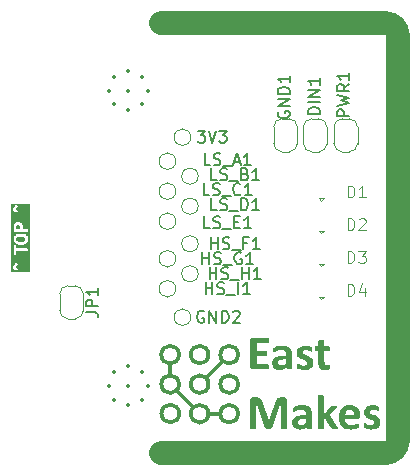
<source format=gbr>
%TF.GenerationSoftware,KiCad,Pcbnew,8.0.1*%
%TF.CreationDate,2024-08-04T19:12:34+01:00*%
%TF.ProjectId,hexpansion,68657870-616e-4736-996f-6e2e6b696361,rev?*%
%TF.SameCoordinates,Original*%
%TF.FileFunction,Legend,Top*%
%TF.FilePolarity,Positive*%
%FSLAX46Y46*%
G04 Gerber Fmt 4.6, Leading zero omitted, Abs format (unit mm)*
G04 Created by KiCad (PCBNEW 8.0.1) date 2024-08-04 19:12:34*
%MOMM*%
%LPD*%
G01*
G04 APERTURE LIST*
%ADD10C,2.000000*%
%ADD11C,0.150000*%
%ADD12C,0.250000*%
%ADD13C,0.100000*%
%ADD14C,0.375000*%
%ADD15C,0.200000*%
%ADD16C,0.120000*%
%ADD17C,0.350000*%
G04 APERTURE END LIST*
D10*
X115316000Y-81788000D02*
X134316005Y-81788000D01*
X135316005Y-117161050D02*
G75*
G02*
X134316005Y-118161050I-1000037J37D01*
G01*
X135316005Y-82788000D02*
X135316005Y-117161050D01*
X134316005Y-118161050D02*
X115316000Y-118161050D01*
X134316005Y-81788000D02*
G75*
G02*
X135316004Y-82788000I20J-999979D01*
G01*
D11*
X118395905Y-90894819D02*
X119014952Y-90894819D01*
X119014952Y-90894819D02*
X118681619Y-91275771D01*
X118681619Y-91275771D02*
X118824476Y-91275771D01*
X118824476Y-91275771D02*
X118919714Y-91323390D01*
X118919714Y-91323390D02*
X118967333Y-91371009D01*
X118967333Y-91371009D02*
X119014952Y-91466247D01*
X119014952Y-91466247D02*
X119014952Y-91704342D01*
X119014952Y-91704342D02*
X118967333Y-91799580D01*
X118967333Y-91799580D02*
X118919714Y-91847200D01*
X118919714Y-91847200D02*
X118824476Y-91894819D01*
X118824476Y-91894819D02*
X118538762Y-91894819D01*
X118538762Y-91894819D02*
X118443524Y-91847200D01*
X118443524Y-91847200D02*
X118395905Y-91799580D01*
X119300667Y-90894819D02*
X119634000Y-91894819D01*
X119634000Y-91894819D02*
X119967333Y-90894819D01*
X120205429Y-90894819D02*
X120824476Y-90894819D01*
X120824476Y-90894819D02*
X120491143Y-91275771D01*
X120491143Y-91275771D02*
X120634000Y-91275771D01*
X120634000Y-91275771D02*
X120729238Y-91323390D01*
X120729238Y-91323390D02*
X120776857Y-91371009D01*
X120776857Y-91371009D02*
X120824476Y-91466247D01*
X120824476Y-91466247D02*
X120824476Y-91704342D01*
X120824476Y-91704342D02*
X120776857Y-91799580D01*
X120776857Y-91799580D02*
X120729238Y-91847200D01*
X120729238Y-91847200D02*
X120634000Y-91894819D01*
X120634000Y-91894819D02*
X120348286Y-91894819D01*
X120348286Y-91894819D02*
X120253048Y-91847200D01*
X120253048Y-91847200D02*
X120205429Y-91799580D01*
X119046857Y-104721819D02*
X119046857Y-103721819D01*
X119046857Y-104198009D02*
X119618285Y-104198009D01*
X119618285Y-104721819D02*
X119618285Y-103721819D01*
X120046857Y-104674200D02*
X120189714Y-104721819D01*
X120189714Y-104721819D02*
X120427809Y-104721819D01*
X120427809Y-104721819D02*
X120523047Y-104674200D01*
X120523047Y-104674200D02*
X120570666Y-104626580D01*
X120570666Y-104626580D02*
X120618285Y-104531342D01*
X120618285Y-104531342D02*
X120618285Y-104436104D01*
X120618285Y-104436104D02*
X120570666Y-104340866D01*
X120570666Y-104340866D02*
X120523047Y-104293247D01*
X120523047Y-104293247D02*
X120427809Y-104245628D01*
X120427809Y-104245628D02*
X120237333Y-104198009D01*
X120237333Y-104198009D02*
X120142095Y-104150390D01*
X120142095Y-104150390D02*
X120094476Y-104102771D01*
X120094476Y-104102771D02*
X120046857Y-104007533D01*
X120046857Y-104007533D02*
X120046857Y-103912295D01*
X120046857Y-103912295D02*
X120094476Y-103817057D01*
X120094476Y-103817057D02*
X120142095Y-103769438D01*
X120142095Y-103769438D02*
X120237333Y-103721819D01*
X120237333Y-103721819D02*
X120475428Y-103721819D01*
X120475428Y-103721819D02*
X120618285Y-103769438D01*
X120808762Y-104817057D02*
X121570666Y-104817057D01*
X121808762Y-104721819D02*
X121808762Y-103721819D01*
X122808761Y-104721819D02*
X122237333Y-104721819D01*
X122523047Y-104721819D02*
X122523047Y-103721819D01*
X122523047Y-103721819D02*
X122427809Y-103864676D01*
X122427809Y-103864676D02*
X122332571Y-103959914D01*
X122332571Y-103959914D02*
X122237333Y-104007533D01*
D12*
G36*
X103706378Y-99891473D02*
G01*
X103762565Y-99945988D01*
X103789921Y-99998278D01*
X103791391Y-100129751D01*
X103767304Y-100180219D01*
X103710169Y-100239105D01*
X103573476Y-100274863D01*
X103271346Y-100276892D01*
X103122858Y-100241482D01*
X103066673Y-100186969D01*
X103039316Y-100134677D01*
X103037846Y-100003203D01*
X103061934Y-99952735D01*
X103119066Y-99893851D01*
X103255760Y-99858092D01*
X103557890Y-99856063D01*
X103706378Y-99891473D01*
G37*
G36*
X103266982Y-98880710D02*
G01*
X103287147Y-98899847D01*
X103313586Y-98950384D01*
X103314953Y-99180979D01*
X103038890Y-99181626D01*
X103037554Y-98956197D01*
X103062184Y-98904590D01*
X103081321Y-98884425D01*
X103132302Y-98857754D01*
X103216352Y-98856547D01*
X103266982Y-98880710D01*
G37*
G36*
X104164619Y-102840103D02*
G01*
X102617185Y-102840103D01*
X102617185Y-102406616D01*
X102742185Y-102406616D01*
X102746579Y-102423767D01*
X102749083Y-102441292D01*
X102752584Y-102447205D01*
X102754290Y-102453862D01*
X102767000Y-102474812D01*
X102926410Y-102683356D01*
X102968377Y-102708205D01*
X103016661Y-102715103D01*
X103063907Y-102702998D01*
X103102925Y-102673735D01*
X103127774Y-102631768D01*
X103134672Y-102583484D01*
X103122567Y-102536238D01*
X103109857Y-102515288D01*
X103021892Y-102400210D01*
X103122567Y-102263386D01*
X103134672Y-102216140D01*
X103127774Y-102167856D01*
X103102925Y-102125889D01*
X103063907Y-102096626D01*
X103016661Y-102084521D01*
X102968377Y-102091419D01*
X102926410Y-102116268D01*
X102909857Y-102134336D01*
X102778368Y-102313037D01*
X102773932Y-102316365D01*
X102765738Y-102330202D01*
X102754290Y-102345762D01*
X102752584Y-102352418D01*
X102749083Y-102358332D01*
X102746579Y-102375856D01*
X102742185Y-102393008D01*
X102743157Y-102399812D01*
X102742185Y-102406616D01*
X102617185Y-102406616D01*
X102617185Y-100685526D01*
X102789619Y-100685526D01*
X102792021Y-101281340D01*
X102810685Y-101326400D01*
X102845173Y-101360888D01*
X102890233Y-101379552D01*
X102939005Y-101379552D01*
X102984065Y-101360888D01*
X103018553Y-101326400D01*
X103037217Y-101281340D01*
X103039619Y-101256954D01*
X103038969Y-101095948D01*
X103939005Y-101093838D01*
X103984065Y-101075174D01*
X104018553Y-101040686D01*
X104037217Y-100995626D01*
X104037217Y-100946854D01*
X104018553Y-100901794D01*
X103984065Y-100867306D01*
X103939005Y-100848642D01*
X103914619Y-100846240D01*
X103037971Y-100848295D01*
X103037217Y-100661140D01*
X103018553Y-100616080D01*
X102984065Y-100581592D01*
X102939005Y-100562928D01*
X102890233Y-100562928D01*
X102845173Y-100581592D01*
X102810685Y-100616080D01*
X102792021Y-100661140D01*
X102789619Y-100685526D01*
X102617185Y-100685526D01*
X102617185Y-99971240D01*
X102789619Y-99971240D01*
X102791542Y-100143256D01*
X102790600Y-100146082D01*
X102791755Y-100162335D01*
X102792021Y-100186102D01*
X102793739Y-100190250D01*
X102794058Y-100194732D01*
X102802816Y-100217618D01*
X102852901Y-100313354D01*
X102858305Y-100326400D01*
X102862224Y-100331176D01*
X102863489Y-100333593D01*
X102865983Y-100335756D01*
X102873850Y-100345342D01*
X102961305Y-100430195D01*
X102964896Y-100436180D01*
X102975800Y-100444259D01*
X102988030Y-100456125D01*
X102996615Y-100459681D01*
X103004084Y-100465215D01*
X103027159Y-100473460D01*
X103211547Y-100517430D01*
X103223566Y-100522409D01*
X103238655Y-100523895D01*
X103241875Y-100524663D01*
X103243697Y-100524391D01*
X103247952Y-100524811D01*
X103573657Y-100522623D01*
X103587361Y-100524663D01*
X103602460Y-100522430D01*
X103605671Y-100522409D01*
X103607372Y-100521704D01*
X103611602Y-100521079D01*
X103788551Y-100474790D01*
X103796147Y-100474790D01*
X103809168Y-100469396D01*
X103825153Y-100465215D01*
X103832619Y-100459682D01*
X103841207Y-100456126D01*
X103860149Y-100440581D01*
X103954428Y-100343411D01*
X103965749Y-100333593D01*
X103969063Y-100328327D01*
X103970933Y-100326401D01*
X103972196Y-100323350D01*
X103978803Y-100312856D01*
X104017099Y-100232615D01*
X104018553Y-100231162D01*
X104023544Y-100219112D01*
X104035180Y-100194732D01*
X104035498Y-100190251D01*
X104037217Y-100186102D01*
X104039619Y-100161716D01*
X104037695Y-99989696D01*
X104038637Y-99986873D01*
X104037482Y-99970630D01*
X104037217Y-99946854D01*
X104035498Y-99942704D01*
X104035180Y-99938224D01*
X104026422Y-99915338D01*
X103976338Y-99819604D01*
X103970933Y-99806555D01*
X103967011Y-99801777D01*
X103965749Y-99799363D01*
X103963257Y-99797201D01*
X103955388Y-99787613D01*
X103867930Y-99702757D01*
X103864341Y-99696776D01*
X103853441Y-99688700D01*
X103841207Y-99676830D01*
X103832619Y-99673273D01*
X103825153Y-99667741D01*
X103802078Y-99659496D01*
X103617690Y-99615525D01*
X103605671Y-99610547D01*
X103590579Y-99609060D01*
X103587361Y-99608293D01*
X103585539Y-99608564D01*
X103581285Y-99608145D01*
X103255579Y-99610332D01*
X103241875Y-99608293D01*
X103226776Y-99610525D01*
X103223566Y-99610547D01*
X103221864Y-99611251D01*
X103217635Y-99611877D01*
X103040686Y-99658166D01*
X103033089Y-99658166D01*
X103020068Y-99663559D01*
X103004084Y-99667741D01*
X102996615Y-99673274D01*
X102988030Y-99676831D01*
X102969088Y-99692376D01*
X102874814Y-99789540D01*
X102863489Y-99799363D01*
X102860172Y-99804631D01*
X102858305Y-99806556D01*
X102857043Y-99809602D01*
X102850434Y-99820101D01*
X102812138Y-99900340D01*
X102810685Y-99901794D01*
X102805694Y-99913842D01*
X102794058Y-99938224D01*
X102793739Y-99942705D01*
X102792021Y-99946854D01*
X102789619Y-99971240D01*
X102617185Y-99971240D01*
X102617185Y-98923621D01*
X102789619Y-98923621D01*
X102792021Y-99328959D01*
X102810685Y-99374019D01*
X102845173Y-99408507D01*
X102890233Y-99427171D01*
X102914619Y-99429573D01*
X103939005Y-99427171D01*
X103984065Y-99408507D01*
X104018553Y-99374019D01*
X104037217Y-99328959D01*
X104037217Y-99280187D01*
X104018553Y-99235127D01*
X103984065Y-99200639D01*
X103939005Y-99181975D01*
X103914619Y-99179573D01*
X103562692Y-99180398D01*
X103561283Y-98942740D01*
X103562446Y-98939254D01*
X103561155Y-98921093D01*
X103561026Y-98899235D01*
X103559307Y-98895085D01*
X103558989Y-98890605D01*
X103550231Y-98867719D01*
X103500147Y-98771985D01*
X103494742Y-98758936D01*
X103490820Y-98754158D01*
X103489558Y-98751744D01*
X103487066Y-98749582D01*
X103479197Y-98739994D01*
X103427875Y-98691292D01*
X103419829Y-98682015D01*
X103414689Y-98678779D01*
X103412636Y-98676831D01*
X103409589Y-98675569D01*
X103399091Y-98668960D01*
X103318851Y-98630664D01*
X103317398Y-98629211D01*
X103305349Y-98624220D01*
X103280968Y-98612584D01*
X103276486Y-98612265D01*
X103272338Y-98610547D01*
X103247952Y-98608145D01*
X103123159Y-98609937D01*
X103120728Y-98609127D01*
X103105820Y-98610186D01*
X103080709Y-98610547D01*
X103076559Y-98612265D01*
X103072079Y-98612584D01*
X103049193Y-98621342D01*
X102953459Y-98671425D01*
X102940410Y-98676831D01*
X102935632Y-98680752D01*
X102933218Y-98682015D01*
X102931056Y-98684506D01*
X102921468Y-98692376D01*
X102872766Y-98743697D01*
X102863489Y-98751744D01*
X102860253Y-98756883D01*
X102858305Y-98758937D01*
X102857043Y-98761983D01*
X102850434Y-98772482D01*
X102812138Y-98852721D01*
X102810685Y-98854175D01*
X102805694Y-98866223D01*
X102794058Y-98890605D01*
X102793739Y-98895086D01*
X102792021Y-98899235D01*
X102789619Y-98923621D01*
X102617185Y-98923621D01*
X102617185Y-97501853D01*
X102742185Y-97501853D01*
X102746579Y-97519004D01*
X102749083Y-97536529D01*
X102752584Y-97542442D01*
X102754290Y-97549099D01*
X102767000Y-97570049D01*
X102926410Y-97778593D01*
X102968377Y-97803442D01*
X103016661Y-97810340D01*
X103063907Y-97798235D01*
X103102925Y-97768972D01*
X103127774Y-97727005D01*
X103134672Y-97678721D01*
X103122567Y-97631475D01*
X103109857Y-97610525D01*
X103021892Y-97495447D01*
X103122567Y-97358623D01*
X103134672Y-97311377D01*
X103127774Y-97263093D01*
X103102925Y-97221126D01*
X103063907Y-97191863D01*
X103016661Y-97179758D01*
X102968377Y-97186656D01*
X102926410Y-97211505D01*
X102909857Y-97229573D01*
X102778368Y-97408274D01*
X102773932Y-97411602D01*
X102765738Y-97425439D01*
X102754290Y-97440999D01*
X102752584Y-97447655D01*
X102749083Y-97453569D01*
X102746579Y-97471093D01*
X102742185Y-97488245D01*
X102743157Y-97495049D01*
X102742185Y-97501853D01*
X102617185Y-97501853D01*
X102617185Y-97054758D01*
X104164619Y-97054758D01*
X104164619Y-102840103D01*
G37*
D11*
X119491381Y-100911819D02*
X119491381Y-99911819D01*
X119491381Y-100388009D02*
X120062809Y-100388009D01*
X120062809Y-100911819D02*
X120062809Y-99911819D01*
X120491381Y-100864200D02*
X120634238Y-100911819D01*
X120634238Y-100911819D02*
X120872333Y-100911819D01*
X120872333Y-100911819D02*
X120967571Y-100864200D01*
X120967571Y-100864200D02*
X121015190Y-100816580D01*
X121015190Y-100816580D02*
X121062809Y-100721342D01*
X121062809Y-100721342D02*
X121062809Y-100626104D01*
X121062809Y-100626104D02*
X121015190Y-100530866D01*
X121015190Y-100530866D02*
X120967571Y-100483247D01*
X120967571Y-100483247D02*
X120872333Y-100435628D01*
X120872333Y-100435628D02*
X120681857Y-100388009D01*
X120681857Y-100388009D02*
X120586619Y-100340390D01*
X120586619Y-100340390D02*
X120539000Y-100292771D01*
X120539000Y-100292771D02*
X120491381Y-100197533D01*
X120491381Y-100197533D02*
X120491381Y-100102295D01*
X120491381Y-100102295D02*
X120539000Y-100007057D01*
X120539000Y-100007057D02*
X120586619Y-99959438D01*
X120586619Y-99959438D02*
X120681857Y-99911819D01*
X120681857Y-99911819D02*
X120919952Y-99911819D01*
X120919952Y-99911819D02*
X121062809Y-99959438D01*
X121253286Y-101007057D02*
X122015190Y-101007057D01*
X122586619Y-100388009D02*
X122253286Y-100388009D01*
X122253286Y-100911819D02*
X122253286Y-99911819D01*
X122253286Y-99911819D02*
X122729476Y-99911819D01*
X123634238Y-100911819D02*
X123062810Y-100911819D01*
X123348524Y-100911819D02*
X123348524Y-99911819D01*
X123348524Y-99911819D02*
X123253286Y-100054676D01*
X123253286Y-100054676D02*
X123158048Y-100149914D01*
X123158048Y-100149914D02*
X123062810Y-100197533D01*
D13*
X131087905Y-96526419D02*
X131087905Y-95526419D01*
X131087905Y-95526419D02*
X131326000Y-95526419D01*
X131326000Y-95526419D02*
X131468857Y-95574038D01*
X131468857Y-95574038D02*
X131564095Y-95669276D01*
X131564095Y-95669276D02*
X131611714Y-95764514D01*
X131611714Y-95764514D02*
X131659333Y-95954990D01*
X131659333Y-95954990D02*
X131659333Y-96097847D01*
X131659333Y-96097847D02*
X131611714Y-96288323D01*
X131611714Y-96288323D02*
X131564095Y-96383561D01*
X131564095Y-96383561D02*
X131468857Y-96478800D01*
X131468857Y-96478800D02*
X131326000Y-96526419D01*
X131326000Y-96526419D02*
X131087905Y-96526419D01*
X132611714Y-96526419D02*
X132040286Y-96526419D01*
X132326000Y-96526419D02*
X132326000Y-95526419D01*
X132326000Y-95526419D02*
X132230762Y-95669276D01*
X132230762Y-95669276D02*
X132135524Y-95764514D01*
X132135524Y-95764514D02*
X132040286Y-95812133D01*
D11*
X120015190Y-95069819D02*
X119539000Y-95069819D01*
X119539000Y-95069819D02*
X119539000Y-94069819D01*
X120300905Y-95022200D02*
X120443762Y-95069819D01*
X120443762Y-95069819D02*
X120681857Y-95069819D01*
X120681857Y-95069819D02*
X120777095Y-95022200D01*
X120777095Y-95022200D02*
X120824714Y-94974580D01*
X120824714Y-94974580D02*
X120872333Y-94879342D01*
X120872333Y-94879342D02*
X120872333Y-94784104D01*
X120872333Y-94784104D02*
X120824714Y-94688866D01*
X120824714Y-94688866D02*
X120777095Y-94641247D01*
X120777095Y-94641247D02*
X120681857Y-94593628D01*
X120681857Y-94593628D02*
X120491381Y-94546009D01*
X120491381Y-94546009D02*
X120396143Y-94498390D01*
X120396143Y-94498390D02*
X120348524Y-94450771D01*
X120348524Y-94450771D02*
X120300905Y-94355533D01*
X120300905Y-94355533D02*
X120300905Y-94260295D01*
X120300905Y-94260295D02*
X120348524Y-94165057D01*
X120348524Y-94165057D02*
X120396143Y-94117438D01*
X120396143Y-94117438D02*
X120491381Y-94069819D01*
X120491381Y-94069819D02*
X120729476Y-94069819D01*
X120729476Y-94069819D02*
X120872333Y-94117438D01*
X121062810Y-95165057D02*
X121824714Y-95165057D01*
X122396143Y-94546009D02*
X122539000Y-94593628D01*
X122539000Y-94593628D02*
X122586619Y-94641247D01*
X122586619Y-94641247D02*
X122634238Y-94736485D01*
X122634238Y-94736485D02*
X122634238Y-94879342D01*
X122634238Y-94879342D02*
X122586619Y-94974580D01*
X122586619Y-94974580D02*
X122539000Y-95022200D01*
X122539000Y-95022200D02*
X122443762Y-95069819D01*
X122443762Y-95069819D02*
X122062810Y-95069819D01*
X122062810Y-95069819D02*
X122062810Y-94069819D01*
X122062810Y-94069819D02*
X122396143Y-94069819D01*
X122396143Y-94069819D02*
X122491381Y-94117438D01*
X122491381Y-94117438D02*
X122539000Y-94165057D01*
X122539000Y-94165057D02*
X122586619Y-94260295D01*
X122586619Y-94260295D02*
X122586619Y-94355533D01*
X122586619Y-94355533D02*
X122539000Y-94450771D01*
X122539000Y-94450771D02*
X122491381Y-94498390D01*
X122491381Y-94498390D02*
X122396143Y-94546009D01*
X122396143Y-94546009D02*
X122062810Y-94546009D01*
X123586619Y-95069819D02*
X123015191Y-95069819D01*
X123300905Y-95069819D02*
X123300905Y-94069819D01*
X123300905Y-94069819D02*
X123205667Y-94212676D01*
X123205667Y-94212676D02*
X123110429Y-94307914D01*
X123110429Y-94307914D02*
X123015191Y-94355533D01*
X120015190Y-97609819D02*
X119539000Y-97609819D01*
X119539000Y-97609819D02*
X119539000Y-96609819D01*
X120300905Y-97562200D02*
X120443762Y-97609819D01*
X120443762Y-97609819D02*
X120681857Y-97609819D01*
X120681857Y-97609819D02*
X120777095Y-97562200D01*
X120777095Y-97562200D02*
X120824714Y-97514580D01*
X120824714Y-97514580D02*
X120872333Y-97419342D01*
X120872333Y-97419342D02*
X120872333Y-97324104D01*
X120872333Y-97324104D02*
X120824714Y-97228866D01*
X120824714Y-97228866D02*
X120777095Y-97181247D01*
X120777095Y-97181247D02*
X120681857Y-97133628D01*
X120681857Y-97133628D02*
X120491381Y-97086009D01*
X120491381Y-97086009D02*
X120396143Y-97038390D01*
X120396143Y-97038390D02*
X120348524Y-96990771D01*
X120348524Y-96990771D02*
X120300905Y-96895533D01*
X120300905Y-96895533D02*
X120300905Y-96800295D01*
X120300905Y-96800295D02*
X120348524Y-96705057D01*
X120348524Y-96705057D02*
X120396143Y-96657438D01*
X120396143Y-96657438D02*
X120491381Y-96609819D01*
X120491381Y-96609819D02*
X120729476Y-96609819D01*
X120729476Y-96609819D02*
X120872333Y-96657438D01*
X121062810Y-97705057D02*
X121824714Y-97705057D01*
X122062810Y-97609819D02*
X122062810Y-96609819D01*
X122062810Y-96609819D02*
X122300905Y-96609819D01*
X122300905Y-96609819D02*
X122443762Y-96657438D01*
X122443762Y-96657438D02*
X122539000Y-96752676D01*
X122539000Y-96752676D02*
X122586619Y-96847914D01*
X122586619Y-96847914D02*
X122634238Y-97038390D01*
X122634238Y-97038390D02*
X122634238Y-97181247D01*
X122634238Y-97181247D02*
X122586619Y-97371723D01*
X122586619Y-97371723D02*
X122539000Y-97466961D01*
X122539000Y-97466961D02*
X122443762Y-97562200D01*
X122443762Y-97562200D02*
X122300905Y-97609819D01*
X122300905Y-97609819D02*
X122062810Y-97609819D01*
X123586619Y-97609819D02*
X123015191Y-97609819D01*
X123300905Y-97609819D02*
X123300905Y-96609819D01*
X123300905Y-96609819D02*
X123205667Y-96752676D01*
X123205667Y-96752676D02*
X123110429Y-96847914D01*
X123110429Y-96847914D02*
X123015191Y-96895533D01*
X128726828Y-89469999D02*
X127726828Y-89469999D01*
X127726828Y-89469999D02*
X127726828Y-89231904D01*
X127726828Y-89231904D02*
X127774447Y-89089047D01*
X127774447Y-89089047D02*
X127869685Y-88993809D01*
X127869685Y-88993809D02*
X127964923Y-88946190D01*
X127964923Y-88946190D02*
X128155399Y-88898571D01*
X128155399Y-88898571D02*
X128298256Y-88898571D01*
X128298256Y-88898571D02*
X128488732Y-88946190D01*
X128488732Y-88946190D02*
X128583970Y-88993809D01*
X128583970Y-88993809D02*
X128679209Y-89089047D01*
X128679209Y-89089047D02*
X128726828Y-89231904D01*
X128726828Y-89231904D02*
X128726828Y-89469999D01*
X128726828Y-88469999D02*
X127726828Y-88469999D01*
X128726828Y-87993809D02*
X127726828Y-87993809D01*
X127726828Y-87993809D02*
X128726828Y-87422381D01*
X128726828Y-87422381D02*
X127726828Y-87422381D01*
X128726828Y-86422381D02*
X128726828Y-86993809D01*
X128726828Y-86708095D02*
X127726828Y-86708095D01*
X127726828Y-86708095D02*
X127869685Y-86803333D01*
X127869685Y-86803333D02*
X127964923Y-86898571D01*
X127964923Y-86898571D02*
X128012542Y-86993809D01*
X118903904Y-106182438D02*
X118808666Y-106134819D01*
X118808666Y-106134819D02*
X118665809Y-106134819D01*
X118665809Y-106134819D02*
X118522952Y-106182438D01*
X118522952Y-106182438D02*
X118427714Y-106277676D01*
X118427714Y-106277676D02*
X118380095Y-106372914D01*
X118380095Y-106372914D02*
X118332476Y-106563390D01*
X118332476Y-106563390D02*
X118332476Y-106706247D01*
X118332476Y-106706247D02*
X118380095Y-106896723D01*
X118380095Y-106896723D02*
X118427714Y-106991961D01*
X118427714Y-106991961D02*
X118522952Y-107087200D01*
X118522952Y-107087200D02*
X118665809Y-107134819D01*
X118665809Y-107134819D02*
X118761047Y-107134819D01*
X118761047Y-107134819D02*
X118903904Y-107087200D01*
X118903904Y-107087200D02*
X118951523Y-107039580D01*
X118951523Y-107039580D02*
X118951523Y-106706247D01*
X118951523Y-106706247D02*
X118761047Y-106706247D01*
X119380095Y-107134819D02*
X119380095Y-106134819D01*
X119380095Y-106134819D02*
X119951523Y-107134819D01*
X119951523Y-107134819D02*
X119951523Y-106134819D01*
X120427714Y-107134819D02*
X120427714Y-106134819D01*
X120427714Y-106134819D02*
X120665809Y-106134819D01*
X120665809Y-106134819D02*
X120808666Y-106182438D01*
X120808666Y-106182438D02*
X120903904Y-106277676D01*
X120903904Y-106277676D02*
X120951523Y-106372914D01*
X120951523Y-106372914D02*
X120999142Y-106563390D01*
X120999142Y-106563390D02*
X120999142Y-106706247D01*
X120999142Y-106706247D02*
X120951523Y-106896723D01*
X120951523Y-106896723D02*
X120903904Y-106991961D01*
X120903904Y-106991961D02*
X120808666Y-107087200D01*
X120808666Y-107087200D02*
X120665809Y-107134819D01*
X120665809Y-107134819D02*
X120427714Y-107134819D01*
X121380095Y-106230057D02*
X121427714Y-106182438D01*
X121427714Y-106182438D02*
X121522952Y-106134819D01*
X121522952Y-106134819D02*
X121761047Y-106134819D01*
X121761047Y-106134819D02*
X121856285Y-106182438D01*
X121856285Y-106182438D02*
X121903904Y-106230057D01*
X121903904Y-106230057D02*
X121951523Y-106325295D01*
X121951523Y-106325295D02*
X121951523Y-106420533D01*
X121951523Y-106420533D02*
X121903904Y-106563390D01*
X121903904Y-106563390D02*
X121332476Y-107134819D01*
X121332476Y-107134819D02*
X121951523Y-107134819D01*
X119396143Y-103451819D02*
X119396143Y-102451819D01*
X119396143Y-102928009D02*
X119967571Y-102928009D01*
X119967571Y-103451819D02*
X119967571Y-102451819D01*
X120396143Y-103404200D02*
X120539000Y-103451819D01*
X120539000Y-103451819D02*
X120777095Y-103451819D01*
X120777095Y-103451819D02*
X120872333Y-103404200D01*
X120872333Y-103404200D02*
X120919952Y-103356580D01*
X120919952Y-103356580D02*
X120967571Y-103261342D01*
X120967571Y-103261342D02*
X120967571Y-103166104D01*
X120967571Y-103166104D02*
X120919952Y-103070866D01*
X120919952Y-103070866D02*
X120872333Y-103023247D01*
X120872333Y-103023247D02*
X120777095Y-102975628D01*
X120777095Y-102975628D02*
X120586619Y-102928009D01*
X120586619Y-102928009D02*
X120491381Y-102880390D01*
X120491381Y-102880390D02*
X120443762Y-102832771D01*
X120443762Y-102832771D02*
X120396143Y-102737533D01*
X120396143Y-102737533D02*
X120396143Y-102642295D01*
X120396143Y-102642295D02*
X120443762Y-102547057D01*
X120443762Y-102547057D02*
X120491381Y-102499438D01*
X120491381Y-102499438D02*
X120586619Y-102451819D01*
X120586619Y-102451819D02*
X120824714Y-102451819D01*
X120824714Y-102451819D02*
X120967571Y-102499438D01*
X121158048Y-103547057D02*
X121919952Y-103547057D01*
X122158048Y-103451819D02*
X122158048Y-102451819D01*
X122158048Y-102928009D02*
X122729476Y-102928009D01*
X122729476Y-103451819D02*
X122729476Y-102451819D01*
X123729476Y-103451819D02*
X123158048Y-103451819D01*
X123443762Y-103451819D02*
X123443762Y-102451819D01*
X123443762Y-102451819D02*
X123348524Y-102594676D01*
X123348524Y-102594676D02*
X123253286Y-102689914D01*
X123253286Y-102689914D02*
X123158048Y-102737533D01*
D13*
X131087905Y-104851419D02*
X131087905Y-103851419D01*
X131087905Y-103851419D02*
X131326000Y-103851419D01*
X131326000Y-103851419D02*
X131468857Y-103899038D01*
X131468857Y-103899038D02*
X131564095Y-103994276D01*
X131564095Y-103994276D02*
X131611714Y-104089514D01*
X131611714Y-104089514D02*
X131659333Y-104279990D01*
X131659333Y-104279990D02*
X131659333Y-104422847D01*
X131659333Y-104422847D02*
X131611714Y-104613323D01*
X131611714Y-104613323D02*
X131564095Y-104708561D01*
X131564095Y-104708561D02*
X131468857Y-104803800D01*
X131468857Y-104803800D02*
X131326000Y-104851419D01*
X131326000Y-104851419D02*
X131087905Y-104851419D01*
X132516476Y-104184752D02*
X132516476Y-104851419D01*
X132278381Y-103803800D02*
X132040286Y-104518085D01*
X132040286Y-104518085D02*
X132659333Y-104518085D01*
D11*
X131206820Y-89659526D02*
X130206820Y-89659526D01*
X130206820Y-89659526D02*
X130206820Y-89278574D01*
X130206820Y-89278574D02*
X130254439Y-89183336D01*
X130254439Y-89183336D02*
X130302058Y-89135717D01*
X130302058Y-89135717D02*
X130397296Y-89088098D01*
X130397296Y-89088098D02*
X130540153Y-89088098D01*
X130540153Y-89088098D02*
X130635391Y-89135717D01*
X130635391Y-89135717D02*
X130683010Y-89183336D01*
X130683010Y-89183336D02*
X130730629Y-89278574D01*
X130730629Y-89278574D02*
X130730629Y-89659526D01*
X130206820Y-88754764D02*
X131206820Y-88516669D01*
X131206820Y-88516669D02*
X130492534Y-88326193D01*
X130492534Y-88326193D02*
X131206820Y-88135717D01*
X131206820Y-88135717D02*
X130206820Y-87897622D01*
X131206820Y-86945241D02*
X130730629Y-87278574D01*
X131206820Y-87516669D02*
X130206820Y-87516669D01*
X130206820Y-87516669D02*
X130206820Y-87135717D01*
X130206820Y-87135717D02*
X130254439Y-87040479D01*
X130254439Y-87040479D02*
X130302058Y-86992860D01*
X130302058Y-86992860D02*
X130397296Y-86945241D01*
X130397296Y-86945241D02*
X130540153Y-86945241D01*
X130540153Y-86945241D02*
X130635391Y-86992860D01*
X130635391Y-86992860D02*
X130683010Y-87040479D01*
X130683010Y-87040479D02*
X130730629Y-87135717D01*
X130730629Y-87135717D02*
X130730629Y-87516669D01*
X131206820Y-85992860D02*
X131206820Y-86564288D01*
X131206820Y-86278574D02*
X130206820Y-86278574D01*
X130206820Y-86278574D02*
X130349677Y-86373812D01*
X130349677Y-86373812D02*
X130444915Y-86469050D01*
X130444915Y-86469050D02*
X130492534Y-86564288D01*
X119451618Y-93799819D02*
X118975428Y-93799819D01*
X118975428Y-93799819D02*
X118975428Y-92799819D01*
X119737333Y-93752200D02*
X119880190Y-93799819D01*
X119880190Y-93799819D02*
X120118285Y-93799819D01*
X120118285Y-93799819D02*
X120213523Y-93752200D01*
X120213523Y-93752200D02*
X120261142Y-93704580D01*
X120261142Y-93704580D02*
X120308761Y-93609342D01*
X120308761Y-93609342D02*
X120308761Y-93514104D01*
X120308761Y-93514104D02*
X120261142Y-93418866D01*
X120261142Y-93418866D02*
X120213523Y-93371247D01*
X120213523Y-93371247D02*
X120118285Y-93323628D01*
X120118285Y-93323628D02*
X119927809Y-93276009D01*
X119927809Y-93276009D02*
X119832571Y-93228390D01*
X119832571Y-93228390D02*
X119784952Y-93180771D01*
X119784952Y-93180771D02*
X119737333Y-93085533D01*
X119737333Y-93085533D02*
X119737333Y-92990295D01*
X119737333Y-92990295D02*
X119784952Y-92895057D01*
X119784952Y-92895057D02*
X119832571Y-92847438D01*
X119832571Y-92847438D02*
X119927809Y-92799819D01*
X119927809Y-92799819D02*
X120165904Y-92799819D01*
X120165904Y-92799819D02*
X120308761Y-92847438D01*
X120499238Y-93895057D02*
X121261142Y-93895057D01*
X121451619Y-93514104D02*
X121927809Y-93514104D01*
X121356381Y-93799819D02*
X121689714Y-92799819D01*
X121689714Y-92799819D02*
X122023047Y-93799819D01*
X122880190Y-93799819D02*
X122308762Y-93799819D01*
X122594476Y-93799819D02*
X122594476Y-92799819D01*
X122594476Y-92799819D02*
X122499238Y-92942676D01*
X122499238Y-92942676D02*
X122404000Y-93037914D01*
X122404000Y-93037914D02*
X122308762Y-93085533D01*
X119380190Y-96339819D02*
X118904000Y-96339819D01*
X118904000Y-96339819D02*
X118904000Y-95339819D01*
X119665905Y-96292200D02*
X119808762Y-96339819D01*
X119808762Y-96339819D02*
X120046857Y-96339819D01*
X120046857Y-96339819D02*
X120142095Y-96292200D01*
X120142095Y-96292200D02*
X120189714Y-96244580D01*
X120189714Y-96244580D02*
X120237333Y-96149342D01*
X120237333Y-96149342D02*
X120237333Y-96054104D01*
X120237333Y-96054104D02*
X120189714Y-95958866D01*
X120189714Y-95958866D02*
X120142095Y-95911247D01*
X120142095Y-95911247D02*
X120046857Y-95863628D01*
X120046857Y-95863628D02*
X119856381Y-95816009D01*
X119856381Y-95816009D02*
X119761143Y-95768390D01*
X119761143Y-95768390D02*
X119713524Y-95720771D01*
X119713524Y-95720771D02*
X119665905Y-95625533D01*
X119665905Y-95625533D02*
X119665905Y-95530295D01*
X119665905Y-95530295D02*
X119713524Y-95435057D01*
X119713524Y-95435057D02*
X119761143Y-95387438D01*
X119761143Y-95387438D02*
X119856381Y-95339819D01*
X119856381Y-95339819D02*
X120094476Y-95339819D01*
X120094476Y-95339819D02*
X120237333Y-95387438D01*
X120427810Y-96435057D02*
X121189714Y-96435057D01*
X121999238Y-96244580D02*
X121951619Y-96292200D01*
X121951619Y-96292200D02*
X121808762Y-96339819D01*
X121808762Y-96339819D02*
X121713524Y-96339819D01*
X121713524Y-96339819D02*
X121570667Y-96292200D01*
X121570667Y-96292200D02*
X121475429Y-96196961D01*
X121475429Y-96196961D02*
X121427810Y-96101723D01*
X121427810Y-96101723D02*
X121380191Y-95911247D01*
X121380191Y-95911247D02*
X121380191Y-95768390D01*
X121380191Y-95768390D02*
X121427810Y-95577914D01*
X121427810Y-95577914D02*
X121475429Y-95482676D01*
X121475429Y-95482676D02*
X121570667Y-95387438D01*
X121570667Y-95387438D02*
X121713524Y-95339819D01*
X121713524Y-95339819D02*
X121808762Y-95339819D01*
X121808762Y-95339819D02*
X121951619Y-95387438D01*
X121951619Y-95387438D02*
X121999238Y-95435057D01*
X122951619Y-96339819D02*
X122380191Y-96339819D01*
X122665905Y-96339819D02*
X122665905Y-95339819D01*
X122665905Y-95339819D02*
X122570667Y-95482676D01*
X122570667Y-95482676D02*
X122475429Y-95577914D01*
X122475429Y-95577914D02*
X122380191Y-95625533D01*
X108950822Y-106243332D02*
X109665107Y-106243332D01*
X109665107Y-106243332D02*
X109807964Y-106290951D01*
X109807964Y-106290951D02*
X109903203Y-106386189D01*
X109903203Y-106386189D02*
X109950822Y-106529046D01*
X109950822Y-106529046D02*
X109950822Y-106624284D01*
X109950822Y-105767141D02*
X108950822Y-105767141D01*
X108950822Y-105767141D02*
X108950822Y-105386189D01*
X108950822Y-105386189D02*
X108998441Y-105290951D01*
X108998441Y-105290951D02*
X109046060Y-105243332D01*
X109046060Y-105243332D02*
X109141298Y-105195713D01*
X109141298Y-105195713D02*
X109284155Y-105195713D01*
X109284155Y-105195713D02*
X109379393Y-105243332D01*
X109379393Y-105243332D02*
X109427012Y-105290951D01*
X109427012Y-105290951D02*
X109474631Y-105386189D01*
X109474631Y-105386189D02*
X109474631Y-105767141D01*
X109950822Y-104243332D02*
X109950822Y-104814760D01*
X109950822Y-104529046D02*
X108950822Y-104529046D01*
X108950822Y-104529046D02*
X109093679Y-104624284D01*
X109093679Y-104624284D02*
X109188917Y-104719522D01*
X109188917Y-104719522D02*
X109236536Y-104814760D01*
D13*
X131087905Y-102076419D02*
X131087905Y-101076419D01*
X131087905Y-101076419D02*
X131326000Y-101076419D01*
X131326000Y-101076419D02*
X131468857Y-101124038D01*
X131468857Y-101124038D02*
X131564095Y-101219276D01*
X131564095Y-101219276D02*
X131611714Y-101314514D01*
X131611714Y-101314514D02*
X131659333Y-101504990D01*
X131659333Y-101504990D02*
X131659333Y-101647847D01*
X131659333Y-101647847D02*
X131611714Y-101838323D01*
X131611714Y-101838323D02*
X131564095Y-101933561D01*
X131564095Y-101933561D02*
X131468857Y-102028800D01*
X131468857Y-102028800D02*
X131326000Y-102076419D01*
X131326000Y-102076419D02*
X131087905Y-102076419D01*
X131992667Y-101076419D02*
X132611714Y-101076419D01*
X132611714Y-101076419D02*
X132278381Y-101457371D01*
X132278381Y-101457371D02*
X132421238Y-101457371D01*
X132421238Y-101457371D02*
X132516476Y-101504990D01*
X132516476Y-101504990D02*
X132564095Y-101552609D01*
X132564095Y-101552609D02*
X132611714Y-101647847D01*
X132611714Y-101647847D02*
X132611714Y-101885942D01*
X132611714Y-101885942D02*
X132564095Y-101981180D01*
X132564095Y-101981180D02*
X132516476Y-102028800D01*
X132516476Y-102028800D02*
X132421238Y-102076419D01*
X132421238Y-102076419D02*
X132135524Y-102076419D01*
X132135524Y-102076419D02*
X132040286Y-102028800D01*
X132040286Y-102028800D02*
X131992667Y-101981180D01*
D11*
X118784952Y-102181819D02*
X118784952Y-101181819D01*
X118784952Y-101658009D02*
X119356380Y-101658009D01*
X119356380Y-102181819D02*
X119356380Y-101181819D01*
X119784952Y-102134200D02*
X119927809Y-102181819D01*
X119927809Y-102181819D02*
X120165904Y-102181819D01*
X120165904Y-102181819D02*
X120261142Y-102134200D01*
X120261142Y-102134200D02*
X120308761Y-102086580D01*
X120308761Y-102086580D02*
X120356380Y-101991342D01*
X120356380Y-101991342D02*
X120356380Y-101896104D01*
X120356380Y-101896104D02*
X120308761Y-101800866D01*
X120308761Y-101800866D02*
X120261142Y-101753247D01*
X120261142Y-101753247D02*
X120165904Y-101705628D01*
X120165904Y-101705628D02*
X119975428Y-101658009D01*
X119975428Y-101658009D02*
X119880190Y-101610390D01*
X119880190Y-101610390D02*
X119832571Y-101562771D01*
X119832571Y-101562771D02*
X119784952Y-101467533D01*
X119784952Y-101467533D02*
X119784952Y-101372295D01*
X119784952Y-101372295D02*
X119832571Y-101277057D01*
X119832571Y-101277057D02*
X119880190Y-101229438D01*
X119880190Y-101229438D02*
X119975428Y-101181819D01*
X119975428Y-101181819D02*
X120213523Y-101181819D01*
X120213523Y-101181819D02*
X120356380Y-101229438D01*
X120546857Y-102277057D02*
X121308761Y-102277057D01*
X122070666Y-101229438D02*
X121975428Y-101181819D01*
X121975428Y-101181819D02*
X121832571Y-101181819D01*
X121832571Y-101181819D02*
X121689714Y-101229438D01*
X121689714Y-101229438D02*
X121594476Y-101324676D01*
X121594476Y-101324676D02*
X121546857Y-101419914D01*
X121546857Y-101419914D02*
X121499238Y-101610390D01*
X121499238Y-101610390D02*
X121499238Y-101753247D01*
X121499238Y-101753247D02*
X121546857Y-101943723D01*
X121546857Y-101943723D02*
X121594476Y-102038961D01*
X121594476Y-102038961D02*
X121689714Y-102134200D01*
X121689714Y-102134200D02*
X121832571Y-102181819D01*
X121832571Y-102181819D02*
X121927809Y-102181819D01*
X121927809Y-102181819D02*
X122070666Y-102134200D01*
X122070666Y-102134200D02*
X122118285Y-102086580D01*
X122118285Y-102086580D02*
X122118285Y-101753247D01*
X122118285Y-101753247D02*
X121927809Y-101753247D01*
X123070666Y-102181819D02*
X122499238Y-102181819D01*
X122784952Y-102181819D02*
X122784952Y-101181819D01*
X122784952Y-101181819D02*
X122689714Y-101324676D01*
X122689714Y-101324676D02*
X122594476Y-101419914D01*
X122594476Y-101419914D02*
X122499238Y-101467533D01*
X119427809Y-99133819D02*
X118951619Y-99133819D01*
X118951619Y-99133819D02*
X118951619Y-98133819D01*
X119713524Y-99086200D02*
X119856381Y-99133819D01*
X119856381Y-99133819D02*
X120094476Y-99133819D01*
X120094476Y-99133819D02*
X120189714Y-99086200D01*
X120189714Y-99086200D02*
X120237333Y-99038580D01*
X120237333Y-99038580D02*
X120284952Y-98943342D01*
X120284952Y-98943342D02*
X120284952Y-98848104D01*
X120284952Y-98848104D02*
X120237333Y-98752866D01*
X120237333Y-98752866D02*
X120189714Y-98705247D01*
X120189714Y-98705247D02*
X120094476Y-98657628D01*
X120094476Y-98657628D02*
X119904000Y-98610009D01*
X119904000Y-98610009D02*
X119808762Y-98562390D01*
X119808762Y-98562390D02*
X119761143Y-98514771D01*
X119761143Y-98514771D02*
X119713524Y-98419533D01*
X119713524Y-98419533D02*
X119713524Y-98324295D01*
X119713524Y-98324295D02*
X119761143Y-98229057D01*
X119761143Y-98229057D02*
X119808762Y-98181438D01*
X119808762Y-98181438D02*
X119904000Y-98133819D01*
X119904000Y-98133819D02*
X120142095Y-98133819D01*
X120142095Y-98133819D02*
X120284952Y-98181438D01*
X120475429Y-99229057D02*
X121237333Y-99229057D01*
X121475429Y-98610009D02*
X121808762Y-98610009D01*
X121951619Y-99133819D02*
X121475429Y-99133819D01*
X121475429Y-99133819D02*
X121475429Y-98133819D01*
X121475429Y-98133819D02*
X121951619Y-98133819D01*
X122904000Y-99133819D02*
X122332572Y-99133819D01*
X122618286Y-99133819D02*
X122618286Y-98133819D01*
X122618286Y-98133819D02*
X122523048Y-98276676D01*
X122523048Y-98276676D02*
X122427810Y-98371914D01*
X122427810Y-98371914D02*
X122332572Y-98419533D01*
X125214439Y-89278097D02*
X125166820Y-89373335D01*
X125166820Y-89373335D02*
X125166820Y-89516192D01*
X125166820Y-89516192D02*
X125214439Y-89659049D01*
X125214439Y-89659049D02*
X125309677Y-89754287D01*
X125309677Y-89754287D02*
X125404915Y-89801906D01*
X125404915Y-89801906D02*
X125595391Y-89849525D01*
X125595391Y-89849525D02*
X125738248Y-89849525D01*
X125738248Y-89849525D02*
X125928724Y-89801906D01*
X125928724Y-89801906D02*
X126023962Y-89754287D01*
X126023962Y-89754287D02*
X126119201Y-89659049D01*
X126119201Y-89659049D02*
X126166820Y-89516192D01*
X126166820Y-89516192D02*
X126166820Y-89420954D01*
X126166820Y-89420954D02*
X126119201Y-89278097D01*
X126119201Y-89278097D02*
X126071581Y-89230478D01*
X126071581Y-89230478D02*
X125738248Y-89230478D01*
X125738248Y-89230478D02*
X125738248Y-89420954D01*
X126166820Y-88801906D02*
X125166820Y-88801906D01*
X125166820Y-88801906D02*
X126166820Y-88230478D01*
X126166820Y-88230478D02*
X125166820Y-88230478D01*
X126166820Y-87754287D02*
X125166820Y-87754287D01*
X125166820Y-87754287D02*
X125166820Y-87516192D01*
X125166820Y-87516192D02*
X125214439Y-87373335D01*
X125214439Y-87373335D02*
X125309677Y-87278097D01*
X125309677Y-87278097D02*
X125404915Y-87230478D01*
X125404915Y-87230478D02*
X125595391Y-87182859D01*
X125595391Y-87182859D02*
X125738248Y-87182859D01*
X125738248Y-87182859D02*
X125928724Y-87230478D01*
X125928724Y-87230478D02*
X126023962Y-87278097D01*
X126023962Y-87278097D02*
X126119201Y-87373335D01*
X126119201Y-87373335D02*
X126166820Y-87516192D01*
X126166820Y-87516192D02*
X126166820Y-87754287D01*
X126166820Y-86230478D02*
X126166820Y-86801906D01*
X126166820Y-86516192D02*
X125166820Y-86516192D01*
X125166820Y-86516192D02*
X125309677Y-86611430D01*
X125309677Y-86611430D02*
X125404915Y-86706668D01*
X125404915Y-86706668D02*
X125452534Y-86801906D01*
D13*
X131087905Y-99301419D02*
X131087905Y-98301419D01*
X131087905Y-98301419D02*
X131326000Y-98301419D01*
X131326000Y-98301419D02*
X131468857Y-98349038D01*
X131468857Y-98349038D02*
X131564095Y-98444276D01*
X131564095Y-98444276D02*
X131611714Y-98539514D01*
X131611714Y-98539514D02*
X131659333Y-98729990D01*
X131659333Y-98729990D02*
X131659333Y-98872847D01*
X131659333Y-98872847D02*
X131611714Y-99063323D01*
X131611714Y-99063323D02*
X131564095Y-99158561D01*
X131564095Y-99158561D02*
X131468857Y-99253800D01*
X131468857Y-99253800D02*
X131326000Y-99301419D01*
X131326000Y-99301419D02*
X131087905Y-99301419D01*
X132040286Y-98396657D02*
X132087905Y-98349038D01*
X132087905Y-98349038D02*
X132183143Y-98301419D01*
X132183143Y-98301419D02*
X132421238Y-98301419D01*
X132421238Y-98301419D02*
X132516476Y-98349038D01*
X132516476Y-98349038D02*
X132564095Y-98396657D01*
X132564095Y-98396657D02*
X132611714Y-98491895D01*
X132611714Y-98491895D02*
X132611714Y-98587133D01*
X132611714Y-98587133D02*
X132564095Y-98729990D01*
X132564095Y-98729990D02*
X131992667Y-99301419D01*
X131992667Y-99301419D02*
X132611714Y-99301419D01*
D14*
%TO.C,REF\u002A\u002A*%
X116050000Y-111598000D02*
X116050000Y-110598000D01*
X117950000Y-114248000D02*
X116650000Y-112948000D01*
X120300000Y-114848000D02*
X119300000Y-114848000D01*
X120500000Y-110398000D02*
X119200000Y-111698000D01*
X116800000Y-109848000D02*
G75*
G02*
X115300000Y-109848000I-750000J0D01*
G01*
X115300000Y-109848000D02*
G75*
G02*
X116800000Y-109848000I750000J0D01*
G01*
X116800000Y-112348000D02*
G75*
G02*
X115300000Y-112348000I-750000J0D01*
G01*
X115300000Y-112348000D02*
G75*
G02*
X116800000Y-112348000I750000J0D01*
G01*
X116811263Y-114830667D02*
G75*
G02*
X115311263Y-114830667I-750000J0D01*
G01*
X115311263Y-114830667D02*
G75*
G02*
X116811263Y-114830667I750000J0D01*
G01*
X119300000Y-109848000D02*
G75*
G02*
X117800000Y-109848000I-750000J0D01*
G01*
X117800000Y-109848000D02*
G75*
G02*
X119300000Y-109848000I750000J0D01*
G01*
X119300000Y-112348000D02*
G75*
G02*
X117800000Y-112348000I-750000J0D01*
G01*
X117800000Y-112348000D02*
G75*
G02*
X119300000Y-112348000I750000J0D01*
G01*
X119300000Y-114848000D02*
G75*
G02*
X117800000Y-114848000I-750000J0D01*
G01*
X117800000Y-114848000D02*
G75*
G02*
X119300000Y-114848000I750000J0D01*
G01*
X121800000Y-109848000D02*
G75*
G02*
X120300000Y-109848000I-750000J0D01*
G01*
X120300000Y-109848000D02*
G75*
G02*
X121800000Y-109848000I750000J0D01*
G01*
X121800000Y-112348000D02*
G75*
G02*
X120300000Y-112348000I-750000J0D01*
G01*
X120300000Y-112348000D02*
G75*
G02*
X121800000Y-112348000I750000J0D01*
G01*
X121800000Y-114848000D02*
G75*
G02*
X120300000Y-114848000I-750000J0D01*
G01*
X120300000Y-114848000D02*
G75*
G02*
X121800000Y-114848000I750000J0D01*
G01*
D15*
G36*
X124421388Y-110886974D02*
G01*
X124416259Y-110986625D01*
X124400872Y-111051105D01*
X124375226Y-111087009D01*
X124340788Y-111098000D01*
X123001360Y-111098000D01*
X122887055Y-111057699D01*
X122840893Y-110926541D01*
X122840893Y-108596464D01*
X122887055Y-108465306D01*
X123001360Y-108425006D01*
X124332728Y-108425006D01*
X124365701Y-108435264D01*
X124390614Y-108471168D01*
X124406001Y-108537113D01*
X124411130Y-108638230D01*
X124406001Y-108735683D01*
X124390614Y-108800163D01*
X124365701Y-108836066D01*
X124332728Y-108847057D01*
X123380181Y-108847057D01*
X123380181Y-109503582D01*
X124186182Y-109503582D01*
X124220621Y-109515306D01*
X124246266Y-109551210D01*
X124261653Y-109615690D01*
X124266782Y-109715341D01*
X124261653Y-109816457D01*
X124246266Y-109880205D01*
X124220621Y-109915376D01*
X124186182Y-109925634D01*
X123380181Y-109925634D01*
X123380181Y-110675948D01*
X124340788Y-110675948D01*
X124375226Y-110687672D01*
X124400872Y-110723575D01*
X124416259Y-110788055D01*
X124421388Y-110886974D01*
G37*
G36*
X125710372Y-109087404D02*
G01*
X125856398Y-109107022D01*
X125926413Y-109123296D01*
X126066547Y-109176419D01*
X126179204Y-109252256D01*
X126273563Y-109365291D01*
X126323551Y-109475006D01*
X126357623Y-109624116D01*
X126368803Y-109775625D01*
X126368981Y-109798872D01*
X126368981Y-111022528D01*
X126348464Y-111067958D01*
X126283251Y-111091405D01*
X126152826Y-111098000D01*
X126017271Y-111090672D01*
X125957920Y-111067225D01*
X125940334Y-111021796D01*
X125940334Y-110875250D01*
X125826937Y-110978816D01*
X125699693Y-111061452D01*
X125681681Y-111070889D01*
X125538585Y-111124008D01*
X125392245Y-111144244D01*
X125359281Y-111144894D01*
X125210400Y-111134141D01*
X125090369Y-111106792D01*
X124950006Y-111044854D01*
X124877878Y-110993952D01*
X124777590Y-110880396D01*
X124738660Y-110808572D01*
X124697669Y-110663657D01*
X124689567Y-110549919D01*
X124691647Y-110530135D01*
X125196615Y-110530135D01*
X125237831Y-110670819D01*
X125269888Y-110705990D01*
X125404364Y-110764695D01*
X125472854Y-110769737D01*
X125620710Y-110742105D01*
X125673621Y-110716248D01*
X125795097Y-110623624D01*
X125859734Y-110557979D01*
X125859734Y-110253896D01*
X125661898Y-110253896D01*
X125513224Y-110261785D01*
X125447941Y-110272214D01*
X125307106Y-110323478D01*
X125303593Y-110325704D01*
X125222260Y-110412898D01*
X125196615Y-110530135D01*
X124691647Y-110530135D01*
X124705321Y-110400076D01*
X124752581Y-110271482D01*
X124842948Y-110151749D01*
X124940160Y-110076576D01*
X125079928Y-110009714D01*
X125227169Y-109967740D01*
X125250104Y-109963003D01*
X125397486Y-109940231D01*
X125547249Y-109928590D01*
X125680216Y-109925634D01*
X125859734Y-109925634D01*
X125859734Y-109811328D01*
X125844278Y-109663681D01*
X125842149Y-109655257D01*
X125784263Y-109543882D01*
X125677285Y-109477937D01*
X125529952Y-109456874D01*
X125511688Y-109456688D01*
X125360449Y-109468136D01*
X125280146Y-109485997D01*
X125140561Y-109533258D01*
X125099895Y-109550477D01*
X124968736Y-109614957D01*
X124883740Y-109644266D01*
X124843440Y-109629612D01*
X124814131Y-109586381D01*
X124796545Y-109518237D01*
X124790683Y-109428111D01*
X124800942Y-109323331D01*
X124839776Y-109253722D01*
X124940893Y-109192905D01*
X125080518Y-109146576D01*
X125110153Y-109138683D01*
X125258273Y-109107117D01*
X125321179Y-109097651D01*
X125474361Y-109083435D01*
X125557117Y-109081531D01*
X125710372Y-109087404D01*
G37*
G36*
X128169295Y-110511084D02*
G01*
X128154640Y-110657813D01*
X128110676Y-110785857D01*
X128023760Y-110913383D01*
X127944347Y-110985159D01*
X127811477Y-111062259D01*
X127690823Y-111104594D01*
X127538599Y-111134819D01*
X127384243Y-111144855D01*
X127373551Y-111144894D01*
X127223937Y-111135414D01*
X127176448Y-111128041D01*
X127032262Y-111093343D01*
X127008653Y-111085543D01*
X126884822Y-111032054D01*
X126813014Y-110981496D01*
X126777843Y-110911154D01*
X126765387Y-110772668D01*
X126769050Y-110676681D01*
X126781507Y-110618795D01*
X126802756Y-110589486D01*
X126833531Y-110582159D01*
X126900209Y-110611468D01*
X127010851Y-110675215D01*
X127147829Y-110734024D01*
X127163991Y-110739695D01*
X127309071Y-110767859D01*
X127363293Y-110769737D01*
X127487857Y-110755815D01*
X127583112Y-110714782D01*
X127643928Y-110646639D01*
X127664445Y-110552117D01*
X127626343Y-110446604D01*
X127525226Y-110369667D01*
X127387319Y-110309908D01*
X127382344Y-110308118D01*
X127240493Y-110253621D01*
X127219678Y-110245103D01*
X127087066Y-110181179D01*
X127057013Y-110164503D01*
X126934949Y-110073757D01*
X126914863Y-110053861D01*
X126828911Y-109929286D01*
X126813747Y-109895592D01*
X126779366Y-109751330D01*
X126775645Y-109674308D01*
X126793727Y-109526048D01*
X126826936Y-109433240D01*
X126909425Y-109308447D01*
X126975680Y-109245662D01*
X127105517Y-109165570D01*
X127211618Y-109124762D01*
X127359263Y-109092338D01*
X127512986Y-109081573D01*
X127523761Y-109081531D01*
X127671142Y-109091628D01*
X127691556Y-109094720D01*
X127835430Y-109125043D01*
X127839567Y-109126227D01*
X127950209Y-109167993D01*
X128015422Y-109206094D01*
X128043265Y-109238334D01*
X128055722Y-109276436D01*
X128063049Y-109331391D01*
X128065980Y-109411991D01*
X128063049Y-109505048D01*
X128052791Y-109561468D01*
X128033007Y-109590044D01*
X128004431Y-109597371D01*
X127945812Y-109575390D01*
X127848360Y-109527030D01*
X127712072Y-109479402D01*
X127566593Y-109457242D01*
X127536217Y-109456688D01*
X127414584Y-109470609D01*
X127330321Y-109509444D01*
X127280495Y-109568795D01*
X127264375Y-109641335D01*
X127303210Y-109748314D01*
X127406524Y-109823785D01*
X127541507Y-109881745D01*
X127551605Y-109885334D01*
X127690612Y-109937730D01*
X127716468Y-109948348D01*
X127850755Y-110010859D01*
X127881332Y-110027483D01*
X128002596Y-110114143D01*
X128027145Y-110138125D01*
X128114289Y-110261510D01*
X128129727Y-110294929D01*
X128166165Y-110443329D01*
X128169295Y-110511084D01*
G37*
G36*
X129589323Y-110860595D02*
G01*
X129577599Y-110996150D01*
X129547557Y-111062096D01*
X129493335Y-111096534D01*
X129409071Y-111122180D01*
X129303558Y-111139032D01*
X129189253Y-111144894D01*
X129036565Y-111133727D01*
X128921074Y-111105327D01*
X128789696Y-111036369D01*
X128734228Y-110985892D01*
X128653821Y-110861156D01*
X128625052Y-110781461D01*
X128597609Y-110637276D01*
X128589881Y-110489102D01*
X128589881Y-109550477D01*
X128370062Y-109550477D01*
X128309979Y-109502117D01*
X128289542Y-109353396D01*
X128289462Y-109339451D01*
X128294591Y-109238334D01*
X128309979Y-109173122D01*
X128335624Y-109138683D01*
X128371528Y-109128425D01*
X128589881Y-109128425D01*
X128589881Y-108702710D01*
X128600872Y-108663875D01*
X128642637Y-108635299D01*
X128722505Y-108618446D01*
X128847801Y-108612584D01*
X128973831Y-108618446D01*
X129052965Y-108635299D01*
X129094731Y-108663875D01*
X129107187Y-108702710D01*
X129107187Y-109128425D01*
X129507257Y-109128425D01*
X129543161Y-109138683D01*
X129568806Y-109173122D01*
X129584193Y-109238334D01*
X129589323Y-109339451D01*
X129573615Y-109488836D01*
X129568806Y-109502117D01*
X129508722Y-109550477D01*
X129107187Y-109550477D01*
X129107187Y-110420226D01*
X129122025Y-110566388D01*
X129154082Y-110647371D01*
X129287139Y-110721000D01*
X129323342Y-110722842D01*
X129397348Y-110715515D01*
X129455966Y-110699395D01*
X129499930Y-110682542D01*
X129531437Y-110675215D01*
X129554884Y-110682542D01*
X129572470Y-110711852D01*
X129584193Y-110769004D01*
X129589323Y-110860595D01*
G37*
G36*
X125948394Y-116051538D02*
G01*
X125936671Y-116088907D01*
X125895638Y-116115285D01*
X125816503Y-116132138D01*
X125691207Y-116138000D01*
X125566643Y-116132138D01*
X125488974Y-116115285D01*
X125447941Y-116088907D01*
X125435484Y-116051538D01*
X125435484Y-113887057D01*
X125431088Y-113887057D01*
X124658060Y-116049339D01*
X124630949Y-116094036D01*
X124580390Y-116121879D01*
X124499057Y-116135069D01*
X124380355Y-116138000D01*
X124260188Y-116132870D01*
X124178855Y-116116750D01*
X124128297Y-116088907D01*
X124104117Y-116049339D01*
X123358199Y-113887057D01*
X123353803Y-113887057D01*
X123353803Y-116051538D01*
X123342079Y-116088907D01*
X123300314Y-116115285D01*
X123221179Y-116132138D01*
X123096615Y-116138000D01*
X122972051Y-116132138D01*
X122892916Y-116115285D01*
X122851884Y-116088907D01*
X122840893Y-116051538D01*
X122840893Y-113681161D01*
X122880537Y-113539294D01*
X122896580Y-113520693D01*
X123033194Y-113465223D01*
X123044591Y-113465006D01*
X123399232Y-113465006D01*
X123549013Y-113477643D01*
X123561898Y-113480393D01*
X123679134Y-113531684D01*
X123761933Y-113626206D01*
X123818253Y-113765910D01*
X123819818Y-113771286D01*
X124396475Y-115356911D01*
X124404535Y-115356911D01*
X125002442Y-113775683D01*
X125057139Y-113637394D01*
X125061060Y-113629870D01*
X125135066Y-113533150D01*
X125235450Y-113480393D01*
X125369539Y-113465006D01*
X125733705Y-113465006D01*
X125829692Y-113479660D01*
X125895638Y-113521426D01*
X125934473Y-113589570D01*
X125948394Y-113681161D01*
X125948394Y-116051538D01*
G37*
G36*
X127386855Y-114127404D02*
G01*
X127532881Y-114147022D01*
X127602896Y-114163296D01*
X127743030Y-114216419D01*
X127855687Y-114292256D01*
X127950046Y-114405291D01*
X128000034Y-114515006D01*
X128034106Y-114664116D01*
X128045286Y-114815625D01*
X128045464Y-114838872D01*
X128045464Y-116062528D01*
X128024947Y-116107958D01*
X127959734Y-116131405D01*
X127829309Y-116138000D01*
X127693754Y-116130672D01*
X127634403Y-116107225D01*
X127616817Y-116061796D01*
X127616817Y-115915250D01*
X127503420Y-116018816D01*
X127376176Y-116101452D01*
X127358164Y-116110889D01*
X127215067Y-116164008D01*
X127068728Y-116184244D01*
X127035764Y-116184894D01*
X126886883Y-116174141D01*
X126766852Y-116146792D01*
X126626489Y-116084854D01*
X126554361Y-116033952D01*
X126454073Y-115920396D01*
X126415143Y-115848572D01*
X126374152Y-115703657D01*
X126366050Y-115589919D01*
X126368130Y-115570135D01*
X126873098Y-115570135D01*
X126914314Y-115710819D01*
X126946371Y-115745990D01*
X127080847Y-115804695D01*
X127149337Y-115809737D01*
X127297193Y-115782105D01*
X127350104Y-115756248D01*
X127471580Y-115663624D01*
X127536217Y-115597979D01*
X127536217Y-115293896D01*
X127338381Y-115293896D01*
X127189707Y-115301785D01*
X127124424Y-115312214D01*
X126983589Y-115363478D01*
X126980076Y-115365704D01*
X126898743Y-115452898D01*
X126873098Y-115570135D01*
X126368130Y-115570135D01*
X126381803Y-115440076D01*
X126429064Y-115311482D01*
X126519430Y-115191749D01*
X126616643Y-115116576D01*
X126756411Y-115049714D01*
X126903652Y-115007740D01*
X126926587Y-115003003D01*
X127073969Y-114980231D01*
X127223732Y-114968590D01*
X127356699Y-114965634D01*
X127536217Y-114965634D01*
X127536217Y-114851328D01*
X127520761Y-114703681D01*
X127518632Y-114695257D01*
X127460746Y-114583882D01*
X127353768Y-114517937D01*
X127206435Y-114496874D01*
X127188171Y-114496688D01*
X127036931Y-114508136D01*
X126956629Y-114525997D01*
X126817044Y-114573258D01*
X126776378Y-114590477D01*
X126645219Y-114654957D01*
X126560223Y-114684266D01*
X126519923Y-114669612D01*
X126490614Y-114626381D01*
X126473028Y-114558237D01*
X126467166Y-114468111D01*
X126477424Y-114363331D01*
X126516259Y-114293722D01*
X126617376Y-114232905D01*
X126757001Y-114186576D01*
X126786636Y-114178683D01*
X126934756Y-114147117D01*
X126997662Y-114137651D01*
X127150844Y-114123435D01*
X127233600Y-114121531D01*
X127386855Y-114127404D01*
G37*
G36*
X130259769Y-116058865D02*
G01*
X130248046Y-116094769D01*
X130207013Y-116118949D01*
X130125680Y-116132870D01*
X129991591Y-116138000D01*
X129854570Y-116134336D01*
X129767376Y-116121147D01*
X129715352Y-116095501D01*
X129682379Y-116053003D01*
X129070551Y-115100456D01*
X129070551Y-116056667D01*
X129058094Y-116092570D01*
X129015596Y-116118216D01*
X128936461Y-116132870D01*
X128810432Y-116138000D01*
X128684403Y-116132870D01*
X128605268Y-116117483D01*
X128563503Y-116091838D01*
X128551046Y-116055934D01*
X128551046Y-113365355D01*
X128563503Y-113328718D01*
X128605268Y-113300875D01*
X128684403Y-113284022D01*
X128810432Y-113277427D01*
X128936461Y-113284022D01*
X129015596Y-113301607D01*
X129058094Y-113329451D01*
X129070551Y-113366087D01*
X129070551Y-114978823D01*
X129614968Y-114259284D01*
X129651605Y-114216785D01*
X129706559Y-114188942D01*
X129790823Y-114173554D01*
X129919783Y-114168425D01*
X130048011Y-114173554D01*
X130132274Y-114188942D01*
X130176971Y-114213854D01*
X130189427Y-114251224D01*
X130174040Y-114316436D01*
X130127878Y-114388976D01*
X129590055Y-114989081D01*
X130212142Y-115935034D01*
X130248046Y-116005376D01*
X130259769Y-116058865D01*
G37*
G36*
X131431909Y-114129583D02*
G01*
X131578157Y-114156734D01*
X131675401Y-114189674D01*
X131807655Y-114259398D01*
X131924144Y-114356513D01*
X131944312Y-114378718D01*
X132030833Y-114501883D01*
X132092561Y-114644690D01*
X132098918Y-114665215D01*
X132132978Y-114815582D01*
X132147527Y-114965003D01*
X132148743Y-115024985D01*
X132148743Y-115107783D01*
X132106245Y-115248467D01*
X131989741Y-115293896D01*
X130870865Y-115293896D01*
X130884025Y-115446060D01*
X130898709Y-115508586D01*
X130962339Y-115641124D01*
X130987369Y-115671984D01*
X131109414Y-115760244D01*
X131144173Y-115774566D01*
X131293818Y-115806302D01*
X131373517Y-115809737D01*
X131523476Y-115801988D01*
X131612386Y-115787755D01*
X131756821Y-115750725D01*
X131791172Y-115739395D01*
X131915736Y-115691035D01*
X131996336Y-115669053D01*
X132027110Y-115676381D01*
X132047627Y-115701293D01*
X132059351Y-115752584D01*
X132062281Y-115835383D01*
X132060083Y-115910854D01*
X132053489Y-115964343D01*
X132041765Y-116001712D01*
X132019783Y-116030288D01*
X131946510Y-116070588D01*
X131805603Y-116119404D01*
X131794103Y-116122612D01*
X131647003Y-116155018D01*
X131581612Y-116165843D01*
X131434100Y-116181750D01*
X131326622Y-116184894D01*
X131179146Y-116178883D01*
X131030642Y-116158387D01*
X130896510Y-116123345D01*
X130756996Y-116062936D01*
X130628928Y-115974620D01*
X130588764Y-115937232D01*
X130492473Y-115815115D01*
X130424660Y-115679368D01*
X130404117Y-115621426D01*
X130367057Y-115468824D01*
X130348111Y-115312826D01*
X130343300Y-115173729D01*
X130349526Y-115025952D01*
X130357970Y-114965634D01*
X130870865Y-114965634D01*
X131646092Y-114965634D01*
X131636475Y-114814612D01*
X131589832Y-114672019D01*
X131558164Y-114621984D01*
X131438913Y-114528012D01*
X131292793Y-114497177D01*
X131268736Y-114496688D01*
X131120069Y-114523291D01*
X131096545Y-114534057D01*
X130981055Y-114625934D01*
X130974912Y-114633708D01*
X130905915Y-114766577D01*
X130900907Y-114782452D01*
X130873260Y-114929501D01*
X130870865Y-114965634D01*
X130357970Y-114965634D01*
X130370754Y-114874308D01*
X130407048Y-114734092D01*
X130462998Y-114595262D01*
X130541983Y-114463934D01*
X130592428Y-114401433D01*
X130699962Y-114301341D01*
X130824909Y-114222533D01*
X130888450Y-114193338D01*
X131037397Y-114146845D01*
X131187767Y-114124967D01*
X131281193Y-114121531D01*
X131431909Y-114129583D01*
G37*
G36*
X133858199Y-115551084D02*
G01*
X133843545Y-115697813D01*
X133799581Y-115825857D01*
X133712664Y-115953383D01*
X133633251Y-116025159D01*
X133500381Y-116102259D01*
X133379727Y-116144594D01*
X133227503Y-116174819D01*
X133073147Y-116184855D01*
X133062456Y-116184894D01*
X132912842Y-116175414D01*
X132865352Y-116168041D01*
X132721167Y-116133343D01*
X132697557Y-116125543D01*
X132573726Y-116072054D01*
X132501919Y-116021496D01*
X132466748Y-115951154D01*
X132454291Y-115812668D01*
X132457955Y-115716681D01*
X132470411Y-115658795D01*
X132491660Y-115629486D01*
X132522435Y-115622159D01*
X132589113Y-115651468D01*
X132699755Y-115715215D01*
X132836733Y-115774024D01*
X132852896Y-115779695D01*
X132997976Y-115807859D01*
X133052198Y-115809737D01*
X133176762Y-115795815D01*
X133272016Y-115754782D01*
X133332833Y-115686639D01*
X133353349Y-115592117D01*
X133315247Y-115486604D01*
X133214131Y-115409667D01*
X133076224Y-115349908D01*
X133071249Y-115348118D01*
X132929397Y-115293621D01*
X132908583Y-115285103D01*
X132775970Y-115221179D01*
X132745917Y-115204503D01*
X132623853Y-115113757D01*
X132603768Y-115093861D01*
X132517815Y-114969286D01*
X132502651Y-114935592D01*
X132468270Y-114791330D01*
X132464549Y-114714308D01*
X132482631Y-114566048D01*
X132515840Y-114473240D01*
X132598330Y-114348447D01*
X132664584Y-114285662D01*
X132794422Y-114205570D01*
X132900523Y-114164762D01*
X133048168Y-114132338D01*
X133201890Y-114121573D01*
X133212665Y-114121531D01*
X133360047Y-114131628D01*
X133380460Y-114134720D01*
X133524334Y-114165043D01*
X133528471Y-114166227D01*
X133639113Y-114207993D01*
X133704326Y-114246094D01*
X133732170Y-114278334D01*
X133744626Y-114316436D01*
X133751953Y-114371391D01*
X133754884Y-114451991D01*
X133751953Y-114545048D01*
X133741695Y-114601468D01*
X133721912Y-114630044D01*
X133693335Y-114637371D01*
X133634717Y-114615390D01*
X133537264Y-114567030D01*
X133400976Y-114519402D01*
X133255497Y-114497242D01*
X133225122Y-114496688D01*
X133103489Y-114510609D01*
X133019225Y-114549444D01*
X132969399Y-114608795D01*
X132953279Y-114681335D01*
X132992114Y-114788314D01*
X133095429Y-114863785D01*
X133230411Y-114921745D01*
X133240509Y-114925334D01*
X133379516Y-114977730D01*
X133405373Y-114988348D01*
X133539660Y-115050859D01*
X133570237Y-115067483D01*
X133691500Y-115154143D01*
X133716050Y-115178125D01*
X133803193Y-115301510D01*
X133818632Y-115334929D01*
X133855069Y-115483329D01*
X133858199Y-115551084D01*
G37*
D16*
%TO.C,3V3*%
X117794000Y-91440000D02*
G75*
G02*
X116394000Y-91440000I-700000J0D01*
G01*
X116394000Y-91440000D02*
G75*
G02*
X117794000Y-91440000I700000J0D01*
G01*
%TO.C,HS_I1*%
X116524000Y-104267000D02*
G75*
G02*
X115124000Y-104267000I-700000J0D01*
G01*
X115124000Y-104267000D02*
G75*
G02*
X116524000Y-104267000I700000J0D01*
G01*
%TO.C,HS_F1*%
X118429000Y-100457000D02*
G75*
G02*
X117029000Y-100457000I-700000J0D01*
G01*
X117029000Y-100457000D02*
G75*
G02*
X118429000Y-100457000I700000J0D01*
G01*
D13*
%TO.C,D1*%
X128627000Y-96610000D02*
X129102000Y-96610000D01*
X128852000Y-96810000D02*
X128627000Y-96610000D01*
X129102000Y-96610000D02*
X128852000Y-96810000D01*
D16*
%TO.C,LS_B1*%
X118429000Y-94742000D02*
G75*
G02*
X117029000Y-94742000I-700000J0D01*
G01*
X117029000Y-94742000D02*
G75*
G02*
X118429000Y-94742000I700000J0D01*
G01*
%TO.C,LS_D1*%
X118429000Y-97282000D02*
G75*
G02*
X117029000Y-97282000I-700000J0D01*
G01*
X117029000Y-97282000D02*
G75*
G02*
X118429000Y-97282000I700000J0D01*
G01*
%TO.C,DIN1*%
X127332004Y-91970000D02*
X127332007Y-90569998D01*
X128032002Y-89870001D02*
X128632007Y-89869998D01*
X128632008Y-92669995D02*
X128032003Y-92669998D01*
X129332006Y-90569996D02*
X129332003Y-91969998D01*
X127332007Y-90569998D02*
G75*
G02*
X128032002Y-89870001I699996J1D01*
G01*
X128032003Y-92669998D02*
G75*
G02*
X127332005Y-91970000I2J700000D01*
G01*
X128632007Y-89869998D02*
G75*
G02*
X129332006Y-90569996I-5J-700004D01*
G01*
X129332003Y-91969998D02*
G75*
G02*
X128632008Y-92669996I-699998J0D01*
G01*
%TO.C,GND2*%
X117794000Y-106680000D02*
G75*
G02*
X116394000Y-106680000I-700000J0D01*
G01*
X116394000Y-106680000D02*
G75*
G02*
X117794000Y-106680000I700000J0D01*
G01*
%TO.C,HS_H1*%
X118429000Y-102997000D02*
G75*
G02*
X117029000Y-102997000I-700000J0D01*
G01*
X117029000Y-102997000D02*
G75*
G02*
X118429000Y-102997000I700000J0D01*
G01*
D13*
%TO.C,D4*%
X128627000Y-104935000D02*
X129102000Y-104935000D01*
X128852000Y-105135000D02*
X128627000Y-104935000D01*
X129102000Y-104935000D02*
X128852000Y-105135000D01*
D16*
%TO.C,PWR1*%
X129922000Y-91970004D02*
X129922003Y-90570002D01*
X130621998Y-89870005D02*
X131222003Y-89870002D01*
X131222004Y-92669999D02*
X130621999Y-92670002D01*
X131922002Y-90570000D02*
X131921999Y-91970002D01*
X129922003Y-90570002D02*
G75*
G02*
X130621998Y-89870005I699996J1D01*
G01*
X130621999Y-92670002D02*
G75*
G02*
X129922001Y-91970004I2J700000D01*
G01*
X131222003Y-89870002D02*
G75*
G02*
X131922002Y-90570000I-5J-700004D01*
G01*
X131921999Y-91970002D02*
G75*
G02*
X131222004Y-92670000I-699998J0D01*
G01*
%TO.C,LS_A1*%
X116524000Y-93472000D02*
G75*
G02*
X115124000Y-93472000I-700000J0D01*
G01*
X115124000Y-93472000D02*
G75*
G02*
X116524000Y-93472000I700000J0D01*
G01*
%TO.C,LS_C1*%
X116524000Y-96012000D02*
G75*
G02*
X115124000Y-96012000I-700000J0D01*
G01*
X115124000Y-96012000D02*
G75*
G02*
X116524000Y-96012000I700000J0D01*
G01*
%TO.C,JP1*%
X107395997Y-104010003D02*
X107996003Y-104010001D01*
X108696001Y-104709998D02*
X108696000Y-106110000D01*
X106695999Y-106110002D02*
X106696000Y-104710000D01*
X107996003Y-106809997D02*
X107395997Y-106809999D01*
X107996003Y-104010001D02*
G75*
G02*
X108696002Y-104709998I-6J-700005D01*
G01*
X106696000Y-104710000D02*
G75*
G02*
X107395997Y-104009998I700002J0D01*
G01*
X108696000Y-106110000D02*
G75*
G02*
X107996003Y-106810000I-700000J0D01*
G01*
X107395997Y-106809999D02*
G75*
G02*
X106696001Y-106110002I3J699999D01*
G01*
D13*
%TO.C,D3*%
X128627000Y-102160000D02*
X129102000Y-102160000D01*
X128852000Y-102360000D02*
X128627000Y-102160000D01*
X129102000Y-102160000D02*
X128852000Y-102360000D01*
D16*
%TO.C,HS_G1*%
X116524000Y-101727000D02*
G75*
G02*
X115124000Y-101727000I-700000J0D01*
G01*
X115124000Y-101727000D02*
G75*
G02*
X116524000Y-101727000I700000J0D01*
G01*
%TO.C,LS_E1*%
X116524000Y-98552000D02*
G75*
G02*
X115124000Y-98552000I-700000J0D01*
G01*
X115124000Y-98552000D02*
G75*
G02*
X116524000Y-98552000I700000J0D01*
G01*
%TO.C,GND1*%
X124822000Y-91970004D02*
X124822003Y-90570002D01*
X125521998Y-89870005D02*
X126122003Y-89870002D01*
X126122004Y-92669999D02*
X125521999Y-92670002D01*
X126822002Y-90570000D02*
X126821999Y-91970002D01*
X124822003Y-90570002D02*
G75*
G02*
X125521998Y-89870005I699996J1D01*
G01*
X125521999Y-92670002D02*
G75*
G02*
X124822001Y-91970004I2J700000D01*
G01*
X126122003Y-89870002D02*
G75*
G02*
X126822002Y-90570000I-5J-700004D01*
G01*
X126821999Y-91970002D02*
G75*
G02*
X126122004Y-92670000I-699998J0D01*
G01*
D13*
%TO.C,D2*%
X128627000Y-99385000D02*
X129102000Y-99385000D01*
X128852000Y-99585000D02*
X128627000Y-99385000D01*
X129102000Y-99385000D02*
X128852000Y-99585000D01*
%TD*%
D17*
X110850000Y-87500000D03*
X111333274Y-86333274D03*
X111333274Y-88666726D03*
X112500000Y-85850000D03*
X112500000Y-87500000D03*
X112500000Y-89150000D03*
X113666726Y-86333274D03*
X113666726Y-88666726D03*
X114150000Y-87500000D03*
X110850000Y-112500000D03*
X111333274Y-111333274D03*
X111333274Y-113666726D03*
X112500000Y-110850000D03*
X112500000Y-112500000D03*
X112500000Y-114150000D03*
X113666726Y-111333274D03*
X113666726Y-113666726D03*
X114150000Y-112500000D03*
M02*

</source>
